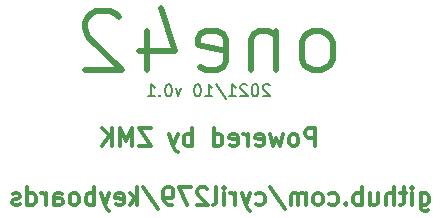
<source format=gbo>
G04 #@! TF.GenerationSoftware,KiCad,Pcbnew,(5.99.0-12889-g70df3822b5)*
G04 #@! TF.CreationDate,2021-11-23T08:41:31-05:00*
G04 #@! TF.ProjectId,skidPlate,736b6964-506c-4617-9465-2e6b69636164,rev?*
G04 #@! TF.SameCoordinates,Original*
G04 #@! TF.FileFunction,Legend,Bot*
G04 #@! TF.FilePolarity,Positive*
%FSLAX46Y46*%
G04 Gerber Fmt 4.6, Leading zero omitted, Abs format (unit mm)*
G04 Created by KiCad (PCBNEW (5.99.0-12889-g70df3822b5)) date 2021-11-23 08:41:31*
%MOMM*%
%LPD*%
G01*
G04 APERTURE LIST*
%ADD10C,0.300000*%
%ADD11C,0.150000*%
%ADD12C,0.500000*%
G04 APERTURE END LIST*
D10*
X178183240Y-119128013D02*
X178183240Y-120342299D01*
X178254669Y-120485156D01*
X178326097Y-120556584D01*
X178468954Y-120628013D01*
X178683240Y-120628013D01*
X178826097Y-120556584D01*
X178183240Y-120056584D02*
X178326097Y-120128013D01*
X178611811Y-120128013D01*
X178754669Y-120056584D01*
X178826097Y-119985156D01*
X178897526Y-119842299D01*
X178897526Y-119413727D01*
X178826097Y-119270870D01*
X178754669Y-119199442D01*
X178611811Y-119128013D01*
X178326097Y-119128013D01*
X178183240Y-119199442D01*
X177468954Y-120128013D02*
X177468954Y-119128013D01*
X177468954Y-118628013D02*
X177540383Y-118699442D01*
X177468954Y-118770870D01*
X177397526Y-118699442D01*
X177468954Y-118628013D01*
X177468954Y-118770870D01*
X176968954Y-119128013D02*
X176397526Y-119128013D01*
X176754669Y-118628013D02*
X176754669Y-119913727D01*
X176683240Y-120056584D01*
X176540383Y-120128013D01*
X176397526Y-120128013D01*
X175897526Y-120128013D02*
X175897526Y-118628013D01*
X175254669Y-120128013D02*
X175254669Y-119342299D01*
X175326097Y-119199442D01*
X175468954Y-119128013D01*
X175683240Y-119128013D01*
X175826097Y-119199442D01*
X175897526Y-119270870D01*
X173897526Y-119128013D02*
X173897526Y-120128013D01*
X174540383Y-119128013D02*
X174540383Y-119913727D01*
X174468954Y-120056584D01*
X174326097Y-120128013D01*
X174111811Y-120128013D01*
X173968954Y-120056584D01*
X173897526Y-119985156D01*
X173183240Y-120128013D02*
X173183240Y-118628013D01*
X173183240Y-119199442D02*
X173040383Y-119128013D01*
X172754669Y-119128013D01*
X172611811Y-119199442D01*
X172540383Y-119270870D01*
X172468954Y-119413727D01*
X172468954Y-119842299D01*
X172540383Y-119985156D01*
X172611811Y-120056584D01*
X172754669Y-120128013D01*
X173040383Y-120128013D01*
X173183240Y-120056584D01*
X171826097Y-119985156D02*
X171754669Y-120056584D01*
X171826097Y-120128013D01*
X171897526Y-120056584D01*
X171826097Y-119985156D01*
X171826097Y-120128013D01*
X170468954Y-120056584D02*
X170611811Y-120128013D01*
X170897526Y-120128013D01*
X171040383Y-120056584D01*
X171111811Y-119985156D01*
X171183240Y-119842299D01*
X171183240Y-119413727D01*
X171111811Y-119270870D01*
X171040383Y-119199442D01*
X170897526Y-119128013D01*
X170611811Y-119128013D01*
X170468954Y-119199442D01*
X169611811Y-120128013D02*
X169754669Y-120056584D01*
X169826097Y-119985156D01*
X169897526Y-119842299D01*
X169897526Y-119413727D01*
X169826097Y-119270870D01*
X169754669Y-119199442D01*
X169611811Y-119128013D01*
X169397526Y-119128013D01*
X169254669Y-119199442D01*
X169183240Y-119270870D01*
X169111811Y-119413727D01*
X169111811Y-119842299D01*
X169183240Y-119985156D01*
X169254669Y-120056584D01*
X169397526Y-120128013D01*
X169611811Y-120128013D01*
X168468954Y-120128013D02*
X168468954Y-119128013D01*
X168468954Y-119270870D02*
X168397526Y-119199442D01*
X168254669Y-119128013D01*
X168040383Y-119128013D01*
X167897526Y-119199442D01*
X167826097Y-119342299D01*
X167826097Y-120128013D01*
X167826097Y-119342299D02*
X167754669Y-119199442D01*
X167611811Y-119128013D01*
X167397526Y-119128013D01*
X167254669Y-119199442D01*
X167183240Y-119342299D01*
X167183240Y-120128013D01*
X165397526Y-118556584D02*
X166683240Y-120485156D01*
X164254669Y-120056584D02*
X164397526Y-120128013D01*
X164683240Y-120128013D01*
X164826097Y-120056584D01*
X164897526Y-119985156D01*
X164968954Y-119842299D01*
X164968954Y-119413727D01*
X164897526Y-119270870D01*
X164826097Y-119199442D01*
X164683240Y-119128013D01*
X164397526Y-119128013D01*
X164254669Y-119199442D01*
X163754669Y-119128013D02*
X163397526Y-120128013D01*
X163040383Y-119128013D02*
X163397526Y-120128013D01*
X163540383Y-120485156D01*
X163611811Y-120556584D01*
X163754669Y-120628013D01*
X162468954Y-120128013D02*
X162468954Y-119128013D01*
X162468954Y-119413727D02*
X162397526Y-119270870D01*
X162326097Y-119199442D01*
X162183240Y-119128013D01*
X162040383Y-119128013D01*
X161540383Y-120128013D02*
X161540383Y-119128013D01*
X161540383Y-118628013D02*
X161611811Y-118699442D01*
X161540383Y-118770870D01*
X161468954Y-118699442D01*
X161540383Y-118628013D01*
X161540383Y-118770870D01*
X160611811Y-120128013D02*
X160754669Y-120056584D01*
X160826097Y-119913727D01*
X160826097Y-118628013D01*
X160111811Y-118770870D02*
X160040383Y-118699442D01*
X159897526Y-118628013D01*
X159540383Y-118628013D01*
X159397526Y-118699442D01*
X159326097Y-118770870D01*
X159254669Y-118913727D01*
X159254669Y-119056584D01*
X159326097Y-119270870D01*
X160183240Y-120128013D01*
X159254669Y-120128013D01*
X158754669Y-118628013D02*
X157754669Y-118628013D01*
X158397526Y-120128013D01*
X157111811Y-120128013D02*
X156826097Y-120128013D01*
X156683240Y-120056584D01*
X156611811Y-119985156D01*
X156468954Y-119770870D01*
X156397526Y-119485156D01*
X156397526Y-118913727D01*
X156468954Y-118770870D01*
X156540383Y-118699442D01*
X156683240Y-118628013D01*
X156968954Y-118628013D01*
X157111811Y-118699442D01*
X157183240Y-118770870D01*
X157254669Y-118913727D01*
X157254669Y-119270870D01*
X157183240Y-119413727D01*
X157111811Y-119485156D01*
X156968954Y-119556584D01*
X156683240Y-119556584D01*
X156540383Y-119485156D01*
X156468954Y-119413727D01*
X156397526Y-119270870D01*
X154683240Y-118556584D02*
X155968954Y-120485156D01*
X154183240Y-120128013D02*
X154183240Y-118628013D01*
X154040383Y-119556584D02*
X153611811Y-120128013D01*
X153611811Y-119128013D02*
X154183240Y-119699442D01*
X152397526Y-120056584D02*
X152540383Y-120128013D01*
X152826097Y-120128013D01*
X152968954Y-120056584D01*
X153040383Y-119913727D01*
X153040383Y-119342299D01*
X152968954Y-119199442D01*
X152826097Y-119128013D01*
X152540383Y-119128013D01*
X152397526Y-119199442D01*
X152326097Y-119342299D01*
X152326097Y-119485156D01*
X153040383Y-119628013D01*
X151826097Y-119128013D02*
X151468954Y-120128013D01*
X151111811Y-119128013D02*
X151468954Y-120128013D01*
X151611811Y-120485156D01*
X151683240Y-120556584D01*
X151826097Y-120628013D01*
X150540383Y-120128013D02*
X150540383Y-118628013D01*
X150540383Y-119199442D02*
X150397526Y-119128013D01*
X150111811Y-119128013D01*
X149968954Y-119199442D01*
X149897526Y-119270870D01*
X149826097Y-119413727D01*
X149826097Y-119842299D01*
X149897526Y-119985156D01*
X149968954Y-120056584D01*
X150111811Y-120128013D01*
X150397526Y-120128013D01*
X150540383Y-120056584D01*
X148968954Y-120128013D02*
X149111811Y-120056584D01*
X149183240Y-119985156D01*
X149254669Y-119842299D01*
X149254669Y-119413727D01*
X149183240Y-119270870D01*
X149111811Y-119199442D01*
X148968954Y-119128013D01*
X148754669Y-119128013D01*
X148611811Y-119199442D01*
X148540383Y-119270870D01*
X148468954Y-119413727D01*
X148468954Y-119842299D01*
X148540383Y-119985156D01*
X148611811Y-120056584D01*
X148754669Y-120128013D01*
X148968954Y-120128013D01*
X147183240Y-120128013D02*
X147183240Y-119342299D01*
X147254669Y-119199442D01*
X147397526Y-119128013D01*
X147683240Y-119128013D01*
X147826097Y-119199442D01*
X147183240Y-120056584D02*
X147326097Y-120128013D01*
X147683240Y-120128013D01*
X147826097Y-120056584D01*
X147897526Y-119913727D01*
X147897526Y-119770870D01*
X147826097Y-119628013D01*
X147683240Y-119556584D01*
X147326097Y-119556584D01*
X147183240Y-119485156D01*
X146468954Y-120128013D02*
X146468954Y-119128013D01*
X146468954Y-119413727D02*
X146397526Y-119270870D01*
X146326097Y-119199442D01*
X146183240Y-119128013D01*
X146040383Y-119128013D01*
X144897526Y-120128013D02*
X144897526Y-118628013D01*
X144897526Y-120056584D02*
X145040383Y-120128013D01*
X145326097Y-120128013D01*
X145468954Y-120056584D01*
X145540383Y-119985156D01*
X145611811Y-119842299D01*
X145611811Y-119413727D01*
X145540383Y-119270870D01*
X145468954Y-119199442D01*
X145326097Y-119128013D01*
X145040383Y-119128013D01*
X144897526Y-119199442D01*
X144254669Y-120056584D02*
X144111811Y-120128013D01*
X143826097Y-120128013D01*
X143683240Y-120056584D01*
X143611811Y-119913727D01*
X143611811Y-119842299D01*
X143683240Y-119699442D01*
X143826097Y-119628013D01*
X144040383Y-119628013D01*
X144183240Y-119556584D01*
X144254669Y-119413727D01*
X144254669Y-119342299D01*
X144183240Y-119199442D01*
X144040383Y-119128013D01*
X143826097Y-119128013D01*
X143683240Y-119199442D01*
X169254669Y-115128013D02*
X169254669Y-113628013D01*
X168683240Y-113628013D01*
X168540383Y-113699442D01*
X168468954Y-113770870D01*
X168397526Y-113913727D01*
X168397526Y-114128013D01*
X168468954Y-114270870D01*
X168540383Y-114342299D01*
X168683240Y-114413727D01*
X169254669Y-114413727D01*
X167540383Y-115128013D02*
X167683240Y-115056584D01*
X167754669Y-114985156D01*
X167826097Y-114842299D01*
X167826097Y-114413727D01*
X167754669Y-114270870D01*
X167683240Y-114199442D01*
X167540383Y-114128013D01*
X167326097Y-114128013D01*
X167183240Y-114199442D01*
X167111811Y-114270870D01*
X167040383Y-114413727D01*
X167040383Y-114842299D01*
X167111811Y-114985156D01*
X167183240Y-115056584D01*
X167326097Y-115128013D01*
X167540383Y-115128013D01*
X166540383Y-114128013D02*
X166254669Y-115128013D01*
X165968954Y-114413727D01*
X165683240Y-115128013D01*
X165397526Y-114128013D01*
X164254669Y-115056584D02*
X164397526Y-115128013D01*
X164683240Y-115128013D01*
X164826097Y-115056584D01*
X164897526Y-114913727D01*
X164897526Y-114342299D01*
X164826097Y-114199442D01*
X164683240Y-114128013D01*
X164397526Y-114128013D01*
X164254669Y-114199442D01*
X164183240Y-114342299D01*
X164183240Y-114485156D01*
X164897526Y-114628013D01*
X163540383Y-115128013D02*
X163540383Y-114128013D01*
X163540383Y-114413727D02*
X163468954Y-114270870D01*
X163397526Y-114199442D01*
X163254669Y-114128013D01*
X163111811Y-114128013D01*
X162040383Y-115056584D02*
X162183240Y-115128013D01*
X162468954Y-115128013D01*
X162611811Y-115056584D01*
X162683240Y-114913727D01*
X162683240Y-114342299D01*
X162611811Y-114199442D01*
X162468954Y-114128013D01*
X162183240Y-114128013D01*
X162040383Y-114199442D01*
X161968954Y-114342299D01*
X161968954Y-114485156D01*
X162683240Y-114628013D01*
X160683240Y-115128013D02*
X160683240Y-113628013D01*
X160683240Y-115056584D02*
X160826097Y-115128013D01*
X161111811Y-115128013D01*
X161254669Y-115056584D01*
X161326097Y-114985156D01*
X161397526Y-114842299D01*
X161397526Y-114413727D01*
X161326097Y-114270870D01*
X161254669Y-114199442D01*
X161111811Y-114128013D01*
X160826097Y-114128013D01*
X160683240Y-114199442D01*
X158826097Y-115128013D02*
X158826097Y-113628013D01*
X158826097Y-114199442D02*
X158683240Y-114128013D01*
X158397526Y-114128013D01*
X158254669Y-114199442D01*
X158183240Y-114270870D01*
X158111811Y-114413727D01*
X158111811Y-114842299D01*
X158183240Y-114985156D01*
X158254669Y-115056584D01*
X158397526Y-115128013D01*
X158683240Y-115128013D01*
X158826097Y-115056584D01*
X157611811Y-114128013D02*
X157254669Y-115128013D01*
X156897526Y-114128013D02*
X157254669Y-115128013D01*
X157397526Y-115485156D01*
X157468954Y-115556584D01*
X157611811Y-115628013D01*
X155326097Y-113628013D02*
X154326097Y-113628013D01*
X155326097Y-115128013D01*
X154326097Y-115128013D01*
X153754669Y-115128013D02*
X153754669Y-113628013D01*
X153254669Y-114699442D01*
X152754669Y-113628013D01*
X152754669Y-115128013D01*
X152040383Y-115128013D02*
X152040383Y-113628013D01*
X151183240Y-115128013D02*
X151826097Y-114270870D01*
X151183240Y-113628013D02*
X152040383Y-114485156D01*
D11*
X165397526Y-109997061D02*
X165349907Y-109949442D01*
X165254669Y-109901822D01*
X165016573Y-109901822D01*
X164921335Y-109949442D01*
X164873716Y-109997061D01*
X164826097Y-110092299D01*
X164826097Y-110187537D01*
X164873716Y-110330394D01*
X165445145Y-110901822D01*
X164826097Y-110901822D01*
X164207049Y-109901822D02*
X164111811Y-109901822D01*
X164016573Y-109949442D01*
X163968954Y-109997061D01*
X163921335Y-110092299D01*
X163873716Y-110282775D01*
X163873716Y-110520870D01*
X163921335Y-110711346D01*
X163968954Y-110806584D01*
X164016573Y-110854203D01*
X164111811Y-110901822D01*
X164207049Y-110901822D01*
X164302288Y-110854203D01*
X164349907Y-110806584D01*
X164397526Y-110711346D01*
X164445145Y-110520870D01*
X164445145Y-110282775D01*
X164397526Y-110092299D01*
X164349907Y-109997061D01*
X164302288Y-109949442D01*
X164207049Y-109901822D01*
X163492764Y-109997061D02*
X163445145Y-109949442D01*
X163349907Y-109901822D01*
X163111811Y-109901822D01*
X163016573Y-109949442D01*
X162968954Y-109997061D01*
X162921335Y-110092299D01*
X162921335Y-110187537D01*
X162968954Y-110330394D01*
X163540383Y-110901822D01*
X162921335Y-110901822D01*
X161968954Y-110901822D02*
X162540383Y-110901822D01*
X162254669Y-110901822D02*
X162254669Y-109901822D01*
X162349907Y-110044680D01*
X162445145Y-110139918D01*
X162540383Y-110187537D01*
X160826097Y-109854203D02*
X161683240Y-111139918D01*
X159968954Y-110901822D02*
X160540383Y-110901822D01*
X160254669Y-110901822D02*
X160254669Y-109901822D01*
X160349907Y-110044680D01*
X160445145Y-110139918D01*
X160540383Y-110187537D01*
X159349907Y-109901822D02*
X159254669Y-109901822D01*
X159159430Y-109949442D01*
X159111811Y-109997061D01*
X159064192Y-110092299D01*
X159016573Y-110282775D01*
X159016573Y-110520870D01*
X159064192Y-110711346D01*
X159111811Y-110806584D01*
X159159430Y-110854203D01*
X159254669Y-110901822D01*
X159349907Y-110901822D01*
X159445145Y-110854203D01*
X159492764Y-110806584D01*
X159540383Y-110711346D01*
X159588002Y-110520870D01*
X159588002Y-110282775D01*
X159540383Y-110092299D01*
X159492764Y-109997061D01*
X159445145Y-109949442D01*
X159349907Y-109901822D01*
X157921335Y-110235156D02*
X157683240Y-110901822D01*
X157445145Y-110235156D01*
X156873716Y-109901822D02*
X156778478Y-109901822D01*
X156683240Y-109949442D01*
X156635621Y-109997061D01*
X156588002Y-110092299D01*
X156540383Y-110282775D01*
X156540383Y-110520870D01*
X156588002Y-110711346D01*
X156635621Y-110806584D01*
X156683240Y-110854203D01*
X156778478Y-110901822D01*
X156873716Y-110901822D01*
X156968954Y-110854203D01*
X157016573Y-110806584D01*
X157064192Y-110711346D01*
X157111811Y-110520870D01*
X157111811Y-110282775D01*
X157064192Y-110092299D01*
X157016573Y-109997061D01*
X156968954Y-109949442D01*
X156873716Y-109901822D01*
X156111811Y-110806584D02*
X156064192Y-110854203D01*
X156111811Y-110901822D01*
X156159430Y-110854203D01*
X156111811Y-110806584D01*
X156111811Y-110901822D01*
X155111811Y-110901822D02*
X155683240Y-110901822D01*
X155397526Y-110901822D02*
X155397526Y-109901822D01*
X155492764Y-110044680D01*
X155588002Y-110139918D01*
X155683240Y-110187537D01*
D12*
X169778478Y-108711346D02*
X170254669Y-108473251D01*
X170492764Y-108235156D01*
X170730859Y-107758965D01*
X170730859Y-106330394D01*
X170492764Y-105854203D01*
X170254669Y-105616108D01*
X169778478Y-105378013D01*
X169064192Y-105378013D01*
X168588002Y-105616108D01*
X168349907Y-105854203D01*
X168111811Y-106330394D01*
X168111811Y-107758965D01*
X168349907Y-108235156D01*
X168588002Y-108473251D01*
X169064192Y-108711346D01*
X169778478Y-108711346D01*
X165968954Y-105378013D02*
X165968954Y-108711346D01*
X165968954Y-105854203D02*
X165730859Y-105616108D01*
X165254669Y-105378013D01*
X164540383Y-105378013D01*
X164064192Y-105616108D01*
X163826097Y-106092299D01*
X163826097Y-108711346D01*
X159540383Y-108473251D02*
X160016573Y-108711346D01*
X160968954Y-108711346D01*
X161445145Y-108473251D01*
X161683240Y-107997061D01*
X161683240Y-106092299D01*
X161445145Y-105616108D01*
X160968954Y-105378013D01*
X160016573Y-105378013D01*
X159540383Y-105616108D01*
X159302288Y-106092299D01*
X159302288Y-106568489D01*
X161683240Y-107044680D01*
X155016573Y-105378013D02*
X155016573Y-108711346D01*
X156207049Y-103473251D02*
X157397526Y-107044680D01*
X154302288Y-107044680D01*
X152635621Y-104187537D02*
X152397526Y-103949442D01*
X151921335Y-103711346D01*
X150730859Y-103711346D01*
X150254669Y-103949442D01*
X150016573Y-104187537D01*
X149778478Y-104663727D01*
X149778478Y-105139918D01*
X150016573Y-105854203D01*
X152873716Y-108711346D01*
X149778478Y-108711346D01*
M02*

</source>
